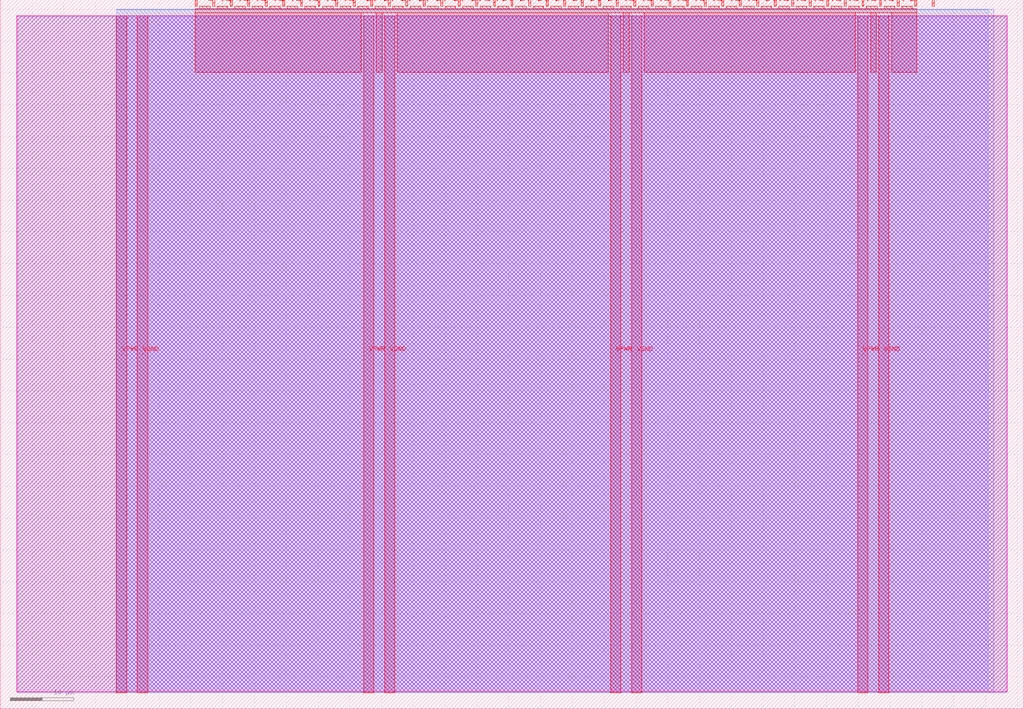
<source format=lef>
VERSION 5.7 ;
  NOWIREEXTENSIONATPIN ON ;
  DIVIDERCHAR "/" ;
  BUSBITCHARS "[]" ;
MACRO tt_um_reemashivva_fifo
  CLASS BLOCK ;
  FOREIGN tt_um_reemashivva_fifo ;
  ORIGIN 0.000 0.000 ;
  SIZE 161.000 BY 111.520 ;
  PIN VGND
    DIRECTION INOUT ;
    USE GROUND ;
    PORT
      LAYER met4 ;
        RECT 21.580 2.480 23.180 109.040 ;
    END
    PORT
      LAYER met4 ;
        RECT 60.450 2.480 62.050 109.040 ;
    END
    PORT
      LAYER met4 ;
        RECT 99.320 2.480 100.920 109.040 ;
    END
    PORT
      LAYER met4 ;
        RECT 138.190 2.480 139.790 109.040 ;
    END
  END VGND
  PIN VPWR
    DIRECTION INOUT ;
    USE POWER ;
    PORT
      LAYER met4 ;
        RECT 18.280 2.480 19.880 109.040 ;
    END
    PORT
      LAYER met4 ;
        RECT 57.150 2.480 58.750 109.040 ;
    END
    PORT
      LAYER met4 ;
        RECT 96.020 2.480 97.620 109.040 ;
    END
    PORT
      LAYER met4 ;
        RECT 134.890 2.480 136.490 109.040 ;
    END
  END VPWR
  PIN clk
    DIRECTION INPUT ;
    USE SIGNAL ;
    ANTENNAGATEAREA 0.852000 ;
    PORT
      LAYER met4 ;
        RECT 143.830 110.520 144.130 111.520 ;
    END
  END clk
  PIN ena
    DIRECTION INPUT ;
    USE SIGNAL ;
    PORT
      LAYER met4 ;
        RECT 146.590 110.520 146.890 111.520 ;
    END
  END ena
  PIN rst_n
    DIRECTION INPUT ;
    USE SIGNAL ;
    ANTENNAGATEAREA 0.196500 ;
    PORT
      LAYER met4 ;
        RECT 141.070 110.520 141.370 111.520 ;
    END
  END rst_n
  PIN ui_in[0]
    DIRECTION INPUT ;
    USE SIGNAL ;
    PORT
      LAYER met4 ;
        RECT 138.310 110.520 138.610 111.520 ;
    END
  END ui_in[0]
  PIN ui_in[1]
    DIRECTION INPUT ;
    USE SIGNAL ;
    PORT
      LAYER met4 ;
        RECT 135.550 110.520 135.850 111.520 ;
    END
  END ui_in[1]
  PIN ui_in[2]
    DIRECTION INPUT ;
    USE SIGNAL ;
    ANTENNAGATEAREA 0.196500 ;
    PORT
      LAYER met4 ;
        RECT 132.790 110.520 133.090 111.520 ;
    END
  END ui_in[2]
  PIN ui_in[3]
    DIRECTION INPUT ;
    USE SIGNAL ;
    ANTENNAGATEAREA 0.196500 ;
    PORT
      LAYER met4 ;
        RECT 130.030 110.520 130.330 111.520 ;
    END
  END ui_in[3]
  PIN ui_in[4]
    DIRECTION INPUT ;
    USE SIGNAL ;
    ANTENNAGATEAREA 0.213000 ;
    PORT
      LAYER met4 ;
        RECT 127.270 110.520 127.570 111.520 ;
    END
  END ui_in[4]
  PIN ui_in[5]
    DIRECTION INPUT ;
    USE SIGNAL ;
    ANTENNAGATEAREA 0.213000 ;
    PORT
      LAYER met4 ;
        RECT 124.510 110.520 124.810 111.520 ;
    END
  END ui_in[5]
  PIN ui_in[6]
    DIRECTION INPUT ;
    USE SIGNAL ;
    ANTENNAGATEAREA 0.213000 ;
    PORT
      LAYER met4 ;
        RECT 121.750 110.520 122.050 111.520 ;
    END
  END ui_in[6]
  PIN ui_in[7]
    DIRECTION INPUT ;
    USE SIGNAL ;
    ANTENNAGATEAREA 0.213000 ;
    PORT
      LAYER met4 ;
        RECT 118.990 110.520 119.290 111.520 ;
    END
  END ui_in[7]
  PIN uio_in[0]
    DIRECTION INPUT ;
    USE SIGNAL ;
    PORT
      LAYER met4 ;
        RECT 116.230 110.520 116.530 111.520 ;
    END
  END uio_in[0]
  PIN uio_in[1]
    DIRECTION INPUT ;
    USE SIGNAL ;
    PORT
      LAYER met4 ;
        RECT 113.470 110.520 113.770 111.520 ;
    END
  END uio_in[1]
  PIN uio_in[2]
    DIRECTION INPUT ;
    USE SIGNAL ;
    PORT
      LAYER met4 ;
        RECT 110.710 110.520 111.010 111.520 ;
    END
  END uio_in[2]
  PIN uio_in[3]
    DIRECTION INPUT ;
    USE SIGNAL ;
    PORT
      LAYER met4 ;
        RECT 107.950 110.520 108.250 111.520 ;
    END
  END uio_in[3]
  PIN uio_in[4]
    DIRECTION INPUT ;
    USE SIGNAL ;
    PORT
      LAYER met4 ;
        RECT 105.190 110.520 105.490 111.520 ;
    END
  END uio_in[4]
  PIN uio_in[5]
    DIRECTION INPUT ;
    USE SIGNAL ;
    PORT
      LAYER met4 ;
        RECT 102.430 110.520 102.730 111.520 ;
    END
  END uio_in[5]
  PIN uio_in[6]
    DIRECTION INPUT ;
    USE SIGNAL ;
    PORT
      LAYER met4 ;
        RECT 99.670 110.520 99.970 111.520 ;
    END
  END uio_in[6]
  PIN uio_in[7]
    DIRECTION INPUT ;
    USE SIGNAL ;
    PORT
      LAYER met4 ;
        RECT 96.910 110.520 97.210 111.520 ;
    END
  END uio_in[7]
  PIN uio_oe[0]
    DIRECTION OUTPUT ;
    USE SIGNAL ;
    PORT
      LAYER met4 ;
        RECT 49.990 110.520 50.290 111.520 ;
    END
  END uio_oe[0]
  PIN uio_oe[1]
    DIRECTION OUTPUT ;
    USE SIGNAL ;
    PORT
      LAYER met4 ;
        RECT 47.230 110.520 47.530 111.520 ;
    END
  END uio_oe[1]
  PIN uio_oe[2]
    DIRECTION OUTPUT ;
    USE SIGNAL ;
    PORT
      LAYER met4 ;
        RECT 44.470 110.520 44.770 111.520 ;
    END
  END uio_oe[2]
  PIN uio_oe[3]
    DIRECTION OUTPUT ;
    USE SIGNAL ;
    PORT
      LAYER met4 ;
        RECT 41.710 110.520 42.010 111.520 ;
    END
  END uio_oe[3]
  PIN uio_oe[4]
    DIRECTION OUTPUT ;
    USE SIGNAL ;
    PORT
      LAYER met4 ;
        RECT 38.950 110.520 39.250 111.520 ;
    END
  END uio_oe[4]
  PIN uio_oe[5]
    DIRECTION OUTPUT ;
    USE SIGNAL ;
    PORT
      LAYER met4 ;
        RECT 36.190 110.520 36.490 111.520 ;
    END
  END uio_oe[5]
  PIN uio_oe[6]
    DIRECTION OUTPUT ;
    USE SIGNAL ;
    PORT
      LAYER met4 ;
        RECT 33.430 110.520 33.730 111.520 ;
    END
  END uio_oe[6]
  PIN uio_oe[7]
    DIRECTION OUTPUT ;
    USE SIGNAL ;
    PORT
      LAYER met4 ;
        RECT 30.670 110.520 30.970 111.520 ;
    END
  END uio_oe[7]
  PIN uio_out[0]
    DIRECTION OUTPUT ;
    USE SIGNAL ;
    PORT
      LAYER met4 ;
        RECT 72.070 110.520 72.370 111.520 ;
    END
  END uio_out[0]
  PIN uio_out[1]
    DIRECTION OUTPUT ;
    USE SIGNAL ;
    PORT
      LAYER met4 ;
        RECT 69.310 110.520 69.610 111.520 ;
    END
  END uio_out[1]
  PIN uio_out[2]
    DIRECTION OUTPUT ;
    USE SIGNAL ;
    PORT
      LAYER met4 ;
        RECT 66.550 110.520 66.850 111.520 ;
    END
  END uio_out[2]
  PIN uio_out[3]
    DIRECTION OUTPUT ;
    USE SIGNAL ;
    PORT
      LAYER met4 ;
        RECT 63.790 110.520 64.090 111.520 ;
    END
  END uio_out[3]
  PIN uio_out[4]
    DIRECTION OUTPUT ;
    USE SIGNAL ;
    PORT
      LAYER met4 ;
        RECT 61.030 110.520 61.330 111.520 ;
    END
  END uio_out[4]
  PIN uio_out[5]
    DIRECTION OUTPUT ;
    USE SIGNAL ;
    PORT
      LAYER met4 ;
        RECT 58.270 110.520 58.570 111.520 ;
    END
  END uio_out[5]
  PIN uio_out[6]
    DIRECTION OUTPUT ;
    USE SIGNAL ;
    PORT
      LAYER met4 ;
        RECT 55.510 110.520 55.810 111.520 ;
    END
  END uio_out[6]
  PIN uio_out[7]
    DIRECTION OUTPUT ;
    USE SIGNAL ;
    PORT
      LAYER met4 ;
        RECT 52.750 110.520 53.050 111.520 ;
    END
  END uio_out[7]
  PIN uo_out[0]
    DIRECTION OUTPUT ;
    USE SIGNAL ;
    ANTENNADIFFAREA 0.445500 ;
    PORT
      LAYER met4 ;
        RECT 94.150 110.520 94.450 111.520 ;
    END
  END uo_out[0]
  PIN uo_out[1]
    DIRECTION OUTPUT ;
    USE SIGNAL ;
    ANTENNADIFFAREA 0.445500 ;
    PORT
      LAYER met4 ;
        RECT 91.390 110.520 91.690 111.520 ;
    END
  END uo_out[1]
  PIN uo_out[2]
    DIRECTION OUTPUT ;
    USE SIGNAL ;
    ANTENNADIFFAREA 0.445500 ;
    PORT
      LAYER met4 ;
        RECT 88.630 110.520 88.930 111.520 ;
    END
  END uo_out[2]
  PIN uo_out[3]
    DIRECTION OUTPUT ;
    USE SIGNAL ;
    ANTENNADIFFAREA 0.445500 ;
    PORT
      LAYER met4 ;
        RECT 85.870 110.520 86.170 111.520 ;
    END
  END uo_out[3]
  PIN uo_out[4]
    DIRECTION OUTPUT ;
    USE SIGNAL ;
    ANTENNADIFFAREA 0.445500 ;
    PORT
      LAYER met4 ;
        RECT 83.110 110.520 83.410 111.520 ;
    END
  END uo_out[4]
  PIN uo_out[5]
    DIRECTION OUTPUT ;
    USE SIGNAL ;
    ANTENNADIFFAREA 0.445500 ;
    PORT
      LAYER met4 ;
        RECT 80.350 110.520 80.650 111.520 ;
    END
  END uo_out[5]
  PIN uo_out[6]
    DIRECTION OUTPUT ;
    USE SIGNAL ;
    PORT
      LAYER met4 ;
        RECT 77.590 110.520 77.890 111.520 ;
    END
  END uo_out[6]
  PIN uo_out[7]
    DIRECTION OUTPUT ;
    USE SIGNAL ;
    PORT
      LAYER met4 ;
        RECT 74.830 110.520 75.130 111.520 ;
    END
  END uo_out[7]
  OBS
      LAYER nwell ;
        RECT 2.570 2.635 158.430 108.990 ;
      LAYER li1 ;
        RECT 2.760 2.635 158.240 108.885 ;
      LAYER met1 ;
        RECT 2.760 2.480 158.240 109.040 ;
      LAYER met2 ;
        RECT 18.310 2.535 156.300 110.005 ;
      LAYER met3 ;
        RECT 18.290 2.555 155.415 109.985 ;
      LAYER met4 ;
        RECT 31.370 110.120 33.030 110.520 ;
        RECT 34.130 110.120 35.790 110.520 ;
        RECT 36.890 110.120 38.550 110.520 ;
        RECT 39.650 110.120 41.310 110.520 ;
        RECT 42.410 110.120 44.070 110.520 ;
        RECT 45.170 110.120 46.830 110.520 ;
        RECT 47.930 110.120 49.590 110.520 ;
        RECT 50.690 110.120 52.350 110.520 ;
        RECT 53.450 110.120 55.110 110.520 ;
        RECT 56.210 110.120 57.870 110.520 ;
        RECT 58.970 110.120 60.630 110.520 ;
        RECT 61.730 110.120 63.390 110.520 ;
        RECT 64.490 110.120 66.150 110.520 ;
        RECT 67.250 110.120 68.910 110.520 ;
        RECT 70.010 110.120 71.670 110.520 ;
        RECT 72.770 110.120 74.430 110.520 ;
        RECT 75.530 110.120 77.190 110.520 ;
        RECT 78.290 110.120 79.950 110.520 ;
        RECT 81.050 110.120 82.710 110.520 ;
        RECT 83.810 110.120 85.470 110.520 ;
        RECT 86.570 110.120 88.230 110.520 ;
        RECT 89.330 110.120 90.990 110.520 ;
        RECT 92.090 110.120 93.750 110.520 ;
        RECT 94.850 110.120 96.510 110.520 ;
        RECT 97.610 110.120 99.270 110.520 ;
        RECT 100.370 110.120 102.030 110.520 ;
        RECT 103.130 110.120 104.790 110.520 ;
        RECT 105.890 110.120 107.550 110.520 ;
        RECT 108.650 110.120 110.310 110.520 ;
        RECT 111.410 110.120 113.070 110.520 ;
        RECT 114.170 110.120 115.830 110.520 ;
        RECT 116.930 110.120 118.590 110.520 ;
        RECT 119.690 110.120 121.350 110.520 ;
        RECT 122.450 110.120 124.110 110.520 ;
        RECT 125.210 110.120 126.870 110.520 ;
        RECT 127.970 110.120 129.630 110.520 ;
        RECT 130.730 110.120 132.390 110.520 ;
        RECT 133.490 110.120 135.150 110.520 ;
        RECT 136.250 110.120 137.910 110.520 ;
        RECT 139.010 110.120 140.670 110.520 ;
        RECT 141.770 110.120 143.430 110.520 ;
        RECT 30.655 109.440 144.145 110.120 ;
        RECT 30.655 100.135 56.750 109.440 ;
        RECT 59.150 100.135 60.050 109.440 ;
        RECT 62.450 100.135 95.620 109.440 ;
        RECT 98.020 100.135 98.920 109.440 ;
        RECT 101.320 100.135 134.490 109.440 ;
        RECT 136.890 100.135 137.790 109.440 ;
        RECT 140.190 100.135 144.145 109.440 ;
  END
END tt_um_reemashivva_fifo
END LIBRARY


</source>
